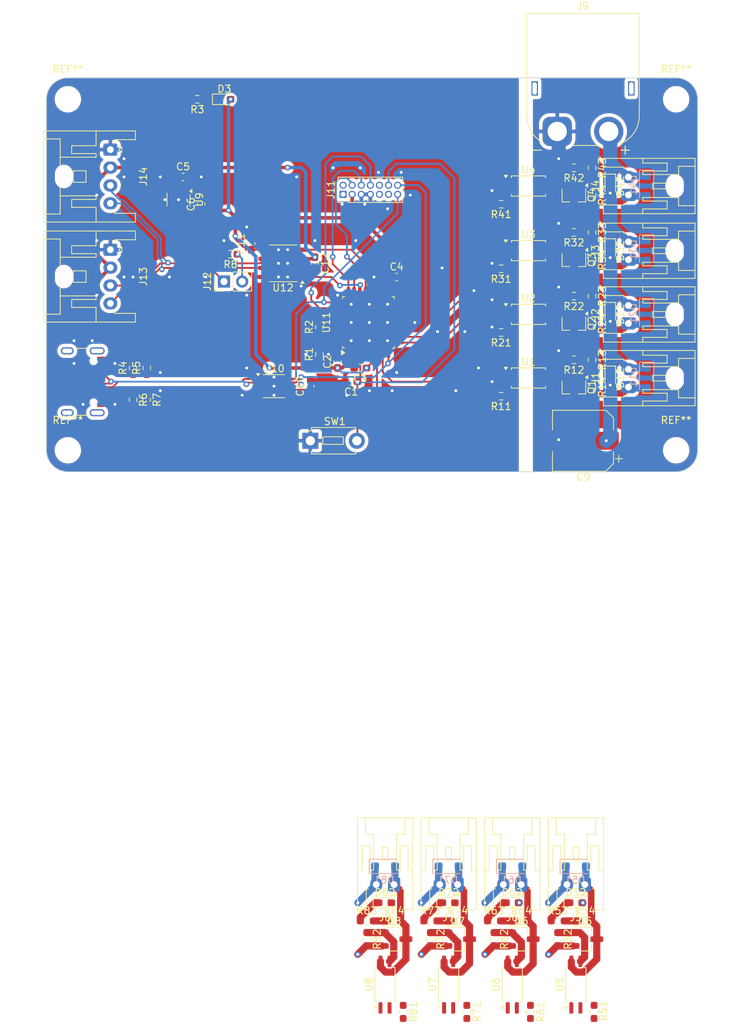
<source format=kicad_pcb>
(kicad_pcb (version 20240108) (generator "pcbnew") (generator_version "8.0")
  (layers (0 "F.Cu" signal) (31 "B.Cu" signal) (34 "B.Paste" user) (35 "F.Paste" user) (36 "B.SilkS" user "B.Silkscreen") (37 "F.SilkS" user "F.Silkscreen") (38 "B.Mask" user) (39 "F.Mask" user) (44 "Edge.Cuts" user))
  (net 0 "")
  (net 1 "/NRST")
  (net 2 "GND")
  (net 3 "+3V3")
  (net 4 "+5V")
  (net 5 "+24V")
  (net 6 "GNDPWR")
  (net 7 "Net-(D3-K)")
  (net 8 "Net-(D11-A)")
  (net 9 "Net-(D12-K)")
  (net 10 "Net-(D21-A)")
  (net 11 "Net-(D22-K)")
  (net 12 "Net-(D31-A)")
  (net 13 "Net-(D32-K)")
  (net 14 "Net-(D41-A)")
  (net 15 "Net-(D42-K)")
  (net 16 "Net-(D51-A)")
  (net 17 "Net-(D52-K)")
  (net 18 "Net-(D61-A)")
  (net 19 "Net-(D62-K)")
  (net 20 "Net-(D71-A)")
  (net 21 "Net-(D72-K)")
  (net 22 "Net-(D81-A)")
  (net 23 "Net-(D82-K)")
  (net 24 "Net-(U10-UD+)")
  (net 25 "Net-(J10-CC2)")
  (net 26 "Net-(J10-CC1)")
  (net 28 "Net-(U10-UD-)")
  (net 32 "/VCP_TX")
  (net 34 "/SWDIO")
  (net 36 "/SWCLK")
  (net 37 "/VCP_RX")
  (net 39 "/SWO")
  (net 42 "Net-(J12-Pin_2)")
  (net 43 "/CANH")
  (net 44 "Net-(Q1-B)")
  (net 45 "Net-(Q2-B)")
  (net 46 "Net-(Q3-B)")
  (net 47 "Net-(Q4-B)")
  (net 48 "Net-(Q5-B)")
  (net 49 "Net-(Q6-B)")
  (net 50 "Net-(Q7-B)")
  (net 51 "Net-(Q8-B)")
  (net 52 "Net-(U11-BOOT0)")
  (net 53 "Net-(R11-Pad1)")
  (net 54 "Net-(R13-Pad2)")
  (net 55 "Net-(R21-Pad1)")
  (net 56 "Net-(R23-Pad2)")
  (net 57 "Net-(R31-Pad1)")
  (net 58 "Net-(R33-Pad2)")
  (net 59 "Net-(R41-Pad1)")
  (net 60 "Net-(R43-Pad2)")
  (net 61 "Net-(R51-Pad1)")
  (net 62 "Net-(R53-Pad2)")
  (net 63 "Net-(R61-Pad1)")
  (net 64 "Net-(R63-Pad2)")
  (net 65 "Net-(R71-Pad1)")
  (net 66 "Net-(R73-Pad2)")
  (net 67 "Net-(R81-Pad1)")
  (net 68 "Net-(R83-Pad2)")
  (net 69 "/Drive/GPIO1")
  (net 70 "/Drive/GPIO2")
  (net 71 "/Drive/GPIO3")
  (net 72 "/Drive/GPIO4")
  (net 73 "/Drive/GPIO5")
  (net 74 "/Drive/GPIO6")
  (net 75 "/Drive/GPIO7")
  (net 76 "/Drive/GPIO8")
  (net 86 "/CAN_TX")
  (net 88 "/USART1_TX")
  (net 89 "/USART1_RX")
  (net 92 "/CAN_RX")
  (net 93 "/CANL")
  (footprint "Connector_JST:JST_XA_S04B-XASK-1_1x04_P2.50mm_Horizontal" (layer "F.Cu") (at 281.94 254 -90)
    (property "Reference" "J13")
    (property "Value" "CAN")
  )
  (footprint "Resistor_SMD:R_0603_1608Metric_Pad0.98x0.95mm_HandSolder" (layer "F.Cu") (at 326.6675 350.2425 -90)
    (property "Reference" "R72")
    (property "Value" "10k")
  )
  (footprint "Diode_SMD:D_0603_1608Metric_Pad1.05x0.95mm_HandSolder" (layer "F.Cu") (at 346.9875 345.1625)
    (property "Reference" "D52")
    (property "Value" "AIR5")
  )
  (footprint "Resistor_SMD:R_0603_1608Metric_Pad0.98x0.95mm_HandSolder" (layer "F.Cu") (at 331.7475 360.4025 -90)
    (property "Reference" "R71")
    (property "Value" "10k")
  )
  (footprint "Resistor_SMD:R_0603_1608Metric_Pad0.98x0.95mm_HandSolder" (layer "F.Cu") (at 349.5275 360.4025 -90)
    (property "Reference" "R51")
    (property "Value" "10k")
  )
  (footprint "Connector_JST:JST_XA_S02B-XASK-1_1x02_P2.50mm_Horizontal" (layer "F.Cu") (at 354.33 264.29 90)
    (property "Reference" "J2")
    (property "Value" "AIR2")
  )
  (footprint "Resistor_SMD:R_0603_1608Metric_Pad0.98x0.95mm_HandSolder" (layer "F.Cu") (at 346.71 260.48 180)
    (property "Reference" "R22")
    (property "Value" "10k")
  )
  (footprint "Capacitor_SMD:C_0603_1608Metric_Pad1.08x0.95mm_HandSolder" (layer "F.Cu") (at 316.865 270.51 180)
    (property "Reference" "C3")
    (property "Value" "0.1u")
  )
  (footprint "Resistor_SMD:R_0603_1608Metric_Pad0.98x0.95mm_HandSolder" (layer "F.Cu") (at 349.25 242.57 -90)
    (property "Reference" "R43")
    (property "Value" "10k")
  )
  (footprint "Resistor_SMD:R_0603_1608Metric_Pad0.98x0.95mm_HandSolder" (layer "F.Cu") (at 349.25 255.4 -90)
    (property "Reference" "R34")
    (property "Value" "10k")
  )
  (footprint "Resistor_SMD:R_0603_1608Metric_Pad0.98x0.95mm_HandSolder" (layer "F.Cu") (at 285.115 270.51 90)
    (property "Reference" "R4")
    (property "Value" "10k")
  )
  (footprint "Connector_JST:JST_XA_S02B-XASK-1_1x02_P2.50mm_Horizontal" (layer "F.Cu") (at 354.33 255.4 90)
    (property "Reference" "J3")
    (property "Value" "AIR3")
  )
  (footprint "MountingHole:MountingHole_3.2mm_M3" (layer "F.Cu") (at 276 282)
    (property "Reference" "REF**")
    (property "Value" "MountingHole_3.2mm_M3")
  )
  (footprint "Resistor_SMD:R_0603_1608Metric_Pad0.98x0.95mm_HandSolder" (layer "F.Cu") (at 344.4475 350.2425 -90)
    (property "Reference" "R52")
    (property "Value" "10k")
  )
  (footprint "Diode_SMD:D_0603_1608Metric_Pad1.05x0.95mm_HandSolder" (layer "F.Cu") (at 297.86 233)
    (property "Reference" "D3")
    (property "Value" "POWER")
  )
  (footprint "Diode_SMD:D_0603_1608Metric_Pad1.05x0.95mm_HandSolder" (layer "F.Cu") (at 320.3175 345.1625)
    (property "Reference" "D82")
    (property "Value" "AIR8")
  )
  (footprint "Package_SO:SOIC-4_4.55x2.6mm_P1.27mm" (layer "F.Cu") (at 320.3175 356.5925 90)
    (property "Reference" "U8")
    (property "Value" "TLP293")
  )
  (footprint "Connector_JST:JST_XA_S02B-XASK-1_1x02_P2.50mm_Horizontal" (layer "F.Cu") (at 354.33 246.36 90)
    (property "Reference" "J4")
    (property "Value" "AIR4")
  )
  (footprint "Capacitor_SMD:CP_Elec_8x10" (layer "F.Cu") (at 347.98 280.67 180)
    (property "Reference" "C9")
    (property "Value" "220u")
  )
  (footprint "Resistor_SMD:R_0603_1608Metric_Pad0.98x0.95mm_HandSolder" (layer "F.Cu") (at 349.25 246.38 -90)
    (property "Reference" "R44")
    (property "Value" "10k")
  )
  (footprint "Resistor_SMD:R_0603_1608Metric_Pad0.98x0.95mm_HandSolder" (layer "F.Cu") (at 294.0875 233 180)
    (property "Reference" "R3")
    (property "Value" "1k")
  )
  (footprint "Resistor_SMD:R_0603_1608Metric_Pad0.98x0.95mm_HandSolder" (layer "F.Cu") (at 340.6375 360.4025 -90)
    (property "Reference" "R61")
    (property "Value" "10k")
  )
  (footprint "Package_SO:SOIC-4_4.55x2.6mm_P1.27mm" (layer "F.Cu") (at 340.36 263.02)
    (property "Reference" "U2")
    (property "Value" "TLP293")
  )
  (footprint "Diode_SMD:D_0603_1608Metric_Pad1.05x0.95mm_HandSolder" (layer "F.Cu") (at 351.79 254.13 -90)
    (property "Reference" "D32")
    (property "Value" "AIR3")
  )
  (footprint "Package_TO_SOT_SMD:SOT-23-5_HandSoldering" (layer "F.Cu") (at 291.465 247.015 -90)
    (property "Reference" "U9")
    (property "Value" "NJM12877")
  )
  (footprint "Connector_JST:JST_XA_S02B-XASK-1_1x02_P2.50mm_Horizontal" (layer "F.Cu") (at 330.4575 342.6225 180)
    (property "Reference" "J7")
    (property "Value" "AIR7")
  )
  (footprint "Capacitor_SMD:C_0603_1608Metric_Pad1.08x0.95mm_HandSolder" (layer "F.Cu") (at 315.595 272.415 180)
    (property "Reference" "C1")
    (property "Value" "0.1u")
  )
  (footprint "Package_SO:SOIC-4_4.55x2.6mm_P1.27mm" (layer "F.Cu") (at 346.9875 356.5925 90)
    (property "Reference" "U5")
    (property "Value" "TLP293")
  )
  (footprint "Diode_SMD:D_0603_1608Metric_Pad1.05x0.95mm_HandSolder" (layer "F.Cu") (at 351.79 271.91 -90)
    (property "Reference" "D12")
    (property "Value" "AIR1")
  )
  (footprint "Capacitor_SMD:C_0603_1608Metric_Pad1.08x0.95mm_HandSolder" (layer "F.Cu") (at 321.945 257.81)
    (property "Reference" "C4")
    (property "Value" "0.1u")
  )
  (footprint "Resistor_SMD:R_0603_1608Metric_Pad0.98x0.95mm_HandSolder" (layer "F.Cu") (at 311.15 264.795 90)
    (property "Reference" "R2")
    (property "Value" "10k")
  )
  (footprint "Resistor_SMD:R_0603_1608Metric_Pad0.98x0.95mm_HandSolder" (layer "F.Cu") (at 311.15 268.605 90)
    (property "Reference" "R1")
    (property "Value" "10k (DNP)")
  )
  (footprint "Package_TO_SOT_SMD:SC-59_Handsoldering" (layer "F.Cu") (at 321.5875 350.2425)
    (property "Reference" "Q8")
    (property "Value" "2SC2712")
  )
  (footprint "Package_TO_SOT_SMD:SC-59_Handsoldering" (layer "F.Cu") (at 348.2575 350.2425)
    (property "Reference" "Q5")
    (property "Value" "2SC2712")
  )
  (footprint "Connector_PinHeader_2.54mm:PinHeader_1x02_P2.54mm_Vertical" (layer "F.Cu") (at 297.815 258.445 90)
    (property "Reference" "J12")
    (property "Value" "CANR")
  )
  (footprint "Capacitor_SMD:C_0603_1608Metric_Pad1.08x0.95mm_HandSolder" (layer "F.Cu") (at 301.625 253.1375 90)
    (property "Reference" "C11")
    (property "Value" "0.1u")
  )
  (footprint "Resistor_SMD:R_0603_1608Metric_Pad0.98x0.95mm_HandSolder" (layer "F.Cu") (at 317.7775 350.2425 -90)
    (property "Reference" "R82")
    (property "Value" "10k")
  )
  (footprint "Resistor_SMD:R_0603_1608Metric_Pad0.98x0.95mm_HandSolder" (layer "F.Cu") (at 349.25 251.59 -90)
    (property "Reference" "R33")
    (property "Value" "10k")
  )
  (footprint "Resistor_SMD:R_0603_1608Metric_Pad0.98x0.95mm_HandSolder" (layer "F.Cu") (at 346.71 242.57 180)
    (property "Reference" "R42")
    (property "Value" "10k")
  )
  (footprint "Resistor_SMD:R_0603_1608Metric_Pad0.98x0.95mm_HandSolder" (layer "F.Cu") (at 349.25 260.48 -90)
    (property "Reference" "R23")
    (property "Value" "10k")
  )
  (footprint "Package_TO_SOT_SMD:SC-59_Handsoldering" (layer "F.Cu") (at 346.71 264.29 -90)
    (property "Reference" "Q2")
    (property "Value" "2SC2712")
  )
  (footprint "Package_TO_SOT_SMD:SC-59_Handsoldering" (layer "F.Cu") (at 346.71 246.38 -90)
    (property "Reference" "Q4")
    (property "Value" "2SC2712")
  )
  (footprint "Connector_JST:JST_XA_S02B-XASK-1_1x02_P2.50mm_Horizontal" (layer "F.Cu") (at 354.33 273.18 90)
    (property "Reference" "J1")
    (property "Value" "AIR1")
  )
  (footprint "Resistor_SMD:R_0603_1608Metric_Pad0.98x0.95mm_HandSolder" (layer "F.Cu") (at 330.4775 347.7025)
    (property "Reference" "R74")
    (property "Value" "10k")
  )
  (footprint "Connector_USB:USB_C_Receptacle_GCT_USB4105-xx-A_16P_TopMnt_Horizontal" (layer "F.Cu") (at 276.99 272.44 -90)
    (property "Reference" "J10" (hide yes))
    (property "Value" "USB_C_Receptacle_USB2.0_14P")
  )
  (footprint "Resistor_SMD:R_0603_1608Metric_Pad0.98x0.95mm_HandSolder" (layer "F.Cu") (at 287.02 270.51 90)
    (property "Reference" "R5")
    (property "Value" "10k")
  )
  (footprint "Package_SO:SOIC-4_4.55x2.6mm_P1.27mm" (layer "F.Cu") (at 329.2075 356.5925 90)
    (property "Reference" "U7")
    (property "Value" "TLP293")
  )
  (footprint "Package_SO:SO-8_3.9x4.9mm_P1.27mm" (layer "F.Cu") (at 306.07 255.905 180)
    (property "Reference" "U12")
    (property "Value" "TJA1441")
  )
  (footprint "Resistor_SMD:R_0603_1608Metric_Pad0.98x0.95mm_HandSolder" (layer "F.Cu") (at 317.7775 347.7025)
    (property "Reference" "R83")
    (property "Value" "10k")
  )
  (footprint "Resistor_SMD:R_0603_1608Metric_Pad0.98x0.95mm_HandSolder" (layer "F.Cu") (at 336.55 274.45 180)
    (property "Reference" "R11")
    (property "Value" "10k")
  )
  (footprint "Capacitor_SMD:C_0603_1608Metric_Pad1.08x0.95mm_HandSolder" (layer "F.Cu") (at 310.515 255.905 -90)
    (property "Reference" "C12")
    (property "Value" "0.1u")
  )
  (footprint "Resistor_SMD:R_0603_1608Metric_Pad0.98x0.95mm_HandSolder" (layer "F.Cu") (at 287.02 274.955 -90)
    (property "Reference" "R7")
    (property "Value" "10k")
  )
  (footprint "Connector_PinHeader_1.27mm:PinHeader_2x07_P1.27mm_Vertical" (layer "F.Cu") (at 314.46 246.27 90)
    (property "Reference" "J11")
    (property "Value" "Conn_ST_STDC14")
  )
  (footprint "Connector_AMASS:AMASS_XT60PW-M_1x02_P7.20mm_Horizontal" (layer "F.Cu") (at 344.38 237.49)
    (property "Reference" "J9")
    (property "Value" "24V IN")
  )
  (footprint "Package_TO_SOT_SMD:SC-59_Handsoldering" (layer "F.Cu") (at 330.4775 350.2425)
    (property "Reference" "Q7")
    (property "Value" "2SC2712")
  )
  (footprint "Diode_SMD:D_0603_1608Metric_Pad1.05x0.95mm_HandSolder" (layer "F.Cu") (at 338.0975 345.1625)
    (property "Reference" "D62")
    (property "Value" "AIR6")
  )
  (footprint "Package_SO:SOIC-4_4.55x2.6mm_P1.27mm" (layer "F.Cu") (at 340.36 271.91)
    (property "Reference" "U1")
    (property "Value" "TLP293")
  )
  (footprint "MountingHole:MountingHole_3.2mm_M3" (layer "F.Cu") (at 276 233)
    (property "Reference" "REF**")
    (property "Value" "MountingHole_3.2mm_M3")
  )
  (footprint "Resistor_SMD:R_0603_1608Metric_Pad0.98x0.95mm_HandSolder" (layer "F.Cu") (at 335.5575 347.7025)
    (property "Reference" "R63")
    (property "Value" "10k")
  )
  (footprint "Package_SO:MSOP-10_3x3mm_P0.5mm" (layer "F.Cu") (at 304.8 273.05)
    (property "Reference" "U10")
    (property "Value" "CH340E")
  )
  (footprint "Resistor_SMD:R_0603_1608Metric_Pad0.98x0.95mm_HandSolder" (layer "F.Cu") (at 349.25 269.37 -90)
    (property "Reference" "R13")
    (property "Value" "10k")
  )
  (footprint "Connector_JST:JST_XA_S02B-XASK-1_1x02_P2.50mm_Horizontal" (layer "F.Cu") (at 348.2375 342.6225 180)
    (property "Reference" "J5")
    (property "Value" "AIR5")
  )
  (footprint "Connector_JST:JST_XA_S02B-XASK-1_1x02_P2.50mm_Horizontal" (layer "F.Cu") (at 339.3475 342.6225 180)
    (property "Reference" "J6")
    (property "Value" "AIR6")
  )
  (footprint "Connector_JST:JST_XA_S04B-XASK-1_1x04_P2.50mm_Horizontal" (layer "F.Cu") (at 281.94 240.03 -90)
    (property "Reference" "J14")
    (property "Value" "CAN")
  )
  (footprint "Package_QFP:LQFP-32_7x7mm_P0.8mm" (layer "F.Cu") (at 318 264.16 90)
    (property "Reference" "U11")
    (property "Value" "STM32F303K8Tx")
  )
  (footprint "Resistor_SMD:R_0603_1608Metric_Pad0.98x0.95mm_HandSolder" (layer "F.Cu") (at 335.5575 350.2425 -90)
    (property "Reference" "R62")
    (property "Value" "10k")
  )
  (footprint "Resistor_SMD:R_0603_1608Metric_Pad0.98x0.95mm_HandSolder" (layer "F.Cu") (at 339.3675 347.7025)
    (property "Reference" "R64")
    (property "Value" "10k")
  )
  (footprint "Resistor_SMD:R_0603_1608Metric_Pad0.98x0.95mm_HandSolder" (layer "F.Cu") (at 326.6675 347.7025)
    (property "Reference" "R73")
    (property "Value" "10k")
  )
  (footprint "Package_TO_SOT_SMD:SC-59_Handsoldering" (layer "F.Cu") (at 346.71 273.18 -90)
    (property "Reference" "Q1")
    (property "Value" "2SC2712")
  )
  (footprint "Resistor_SMD:R_0603_1608Metric_Pad0.98x0.95mm_HandSolder" (layer "F.Cu") (at 349.25 273.18 -90)
    (property "Reference" "R14")
    (property "Value" "10k")
  )
  (footprint "Resistor_SMD:R_0603_1608Metric_Pad0.98x0.95mm_HandSolder" (layer "F.Cu") (at 336.55 247.65 180)
    (property "Reference" "R41")
    (property "Value" "10k")
  )
  (footprint "Package_TO_SOT_SMD:SC-59_Handsoldering" (layer "F.Cu") (at 346.71 255.4 -90)
    (property "Reference" "Q3")
    (property "Value" "2SC2712")
  )
  (footprint "Diode_SMD:D_0603_1608Metric_Pad1.05x0.95mm_HandSolder" (layer "F.Cu") (at 329.2075 345.1625)
    (property "Reference" "D72")
    (property "Value" "AIR7")
  )
  (footprint "Resistor_SMD:R_0603_1608Metric_Pad0.98x0.95mm_HandSolder" (layer "F.Cu") (at 321.5875 347.7025)
    (property "Reference" "R84")
    (property "Value" "10k")
  )
  (footprint "Resistor_SMD:R_0603_1608Metric_Pad0.98x0.95mm_HandSolder" (layer "F.Cu") (at 344.4475 347.7025)
    (property "Reference" "R53")
    (property "Value" "10k")
  )
  (footprint "Package_SO:SOIC-4_4.55x2.6mm_P1.27mm" (layer "F.Cu") (at 338.0975 356.5925 90)
    (property "Reference" "U6")
    (property "Value" "TLP293")
  )
  (footprint "MountingHole:MountingHole_3.2mm_M3" (layer "F.Cu") (at 361 282)
    (property "Reference" "REF**")
    (property "Value" "MountingHole_3.2mm_M3")
  )
  (footprint "Resistor_SMD:R_0603_1608Metric_Pad0.98x0.95mm_HandSolder" (layer "F.Cu") (at 346.71 251.59 180)
    (property "Reference" "R32")
    (property "Value" "10k")
  )
  (footprint "Package_SO:SOIC-4_4.55x2.6mm_P1.27mm" (layer "F.Cu") (at 340.36 245.11)
    (property "Reference" "U4")
    (property "Value" "TLP293")
  )
  (footprint "Capacitor_SMD:C_0603_1608Metric_Pad1.08x0.95mm_HandSolder" (layer "F.Cu") (at 309.88 273.05 90)
    (property "Reference" "C10")
    (property "Value" "0.1u")
  )
  (footprint "Diode_SMD:D_0603_1608Metric_Pad1.05x0.95mm_HandSolder" (layer "F.Cu") (at 351.79 245.11 -90)
    (property "Reference" "D42")
    (property "Value" "AIR4")
  )
  (footprint "Button_Switch_THT:SW_PUSH_1P1T_6x3.5mm_H4.3_APEM_MJTP1243" (layer "F.Cu") (at 309.88 280.67)
    (property "Reference" "SW1")
    (property "Value" "NRST")
  )
  (footprint "Resistor_SMD:R_0603_1608Metric_Pad0.98x0.95mm_HandSolder" (layer "F.Cu") (at 349.25 264.29 -90)
    (property "Reference" "R24")
    (property "Value" "10k")
  )
  (footprint "Connector_JST:JST_XA_S02B-XASK-1_1x02_P2.50mm_Horizontal" (layer "F.Cu") (at 321.5875 342.6225 180)
    (property "Reference" "J8")
    (property "Value" "AIR8")
  )
  (footprint "Resistor_SMD:R_0603_1608Metric_Pad0.98x0.95mm_HandSolder" (layer "F.Cu") (at 336.55 265.56 180)
    (property "Reference" "R21")
    (property "Value" "10k")
  )
  (footprint "Package_TO_SOT_SMD:SC-59_Handsoldering" (layer "F.Cu") (at 339.3675 350.2425)
    (property "Reference" "Q6")
    (property "Value" "2SC2712")
  )
  (footprint "Resistor_SMD:R_0603_1608Metric_Pad0.98x0.95mm_HandSolder" (layer "F.Cu") (at 285.115 274.955 -90)
    (property "Reference" "R6")
    (property "Value" "10k")
  )
  (footprint "Capacitor_SMD:C_0603_1608Metric_Pad1.08x0.95mm_HandSolder" (layer "F.Cu") (at 313.69 269.6475 90)
    (property "Reference" "C2")
    (property "Value" "0.1u")
  )
  (footprint "Capacitor_SMD:C_0603_1608Metric_Pad1.08x0.95mm_HandSolder" (layer "F.Cu") (at 292.1 243.84)
    (property "Reference" "C5")
    (property "Value" "0.1u")
  )
  (footprint "Diode_SMD:D_0603_1608Metric_Pad1.05x0.95mm_HandSolder" (layer "F.Cu") (at 351.79 263.02 -90)
    (property "Reference" "D22")
    (property "Value" "AIR2")
  )
  (footprint "MountingHole:MountingHole_3.2mm_M3" (layer "F.Cu") (at 361 233)
    (property "Reference" "REF**")
    (property "Value" "MountingHole_3.2mm_M3")
  )
  (footprint "Capacitor_SMD:C_0603_1608Metric_Pad1.08x0.95mm_HandSolder" (layer "F.Cu") (at 294.64 247.65 90)
    (property "Reference" "C6")
    (property "Value" "0.1u")
  )
  (footprint "Resistor_SMD:R_0603_1608Metric_Pad0.98x0.95mm_HandSolder" (layer "F.Cu") (at 346.71 269.37 180)
    (property "Reference" "R12")
    (property "Value" "10k")
  )
  (footprint "Resistor_SMD:R_0603_1608Metric_Pad0.98x0.95mm_HandSolder" (layer "F.Cu") (at 322.8575 360.4025 -90)
    (property "Reference" "R81")
    (property "Value" "10k")
  )
  (footprint "Package_SO:SOIC-4_4.55x2.6mm_P1.27mm" (layer "F.Cu") (at 340.36 254.13)
    (property "Reference" "U3")
    (property "Value" "TLP293")
  )
  (footprint "Resistor_SMD:R_0603_1608Metric_Pad0.98x0.95mm_HandSolder" (layer "F.Cu") (at 298.7275 254.635 180)
    (property "Reference" "R8")
    (property "Value" "120")
  )
  (footprint "Resistor_SMD:R_0603_1608Metric_Pad0.98x0.95mm_HandSolder" (layer "F.Cu") (at 348.2575 347.7025)
    (property "Reference" "R54")
    (property "Value" "10k")
  )
  (footprint "Resistor_SMD:R_0603_1608Metric_Pad0.98x0.95mm_HandSolder" (layer "F.Cu") (at 336.55 256.67 180)
    (property "Reference" "R31")
    (property "Value" "10k")
  )
  (footprint "Diode_SMD:D_SOD-123F" (layer "B.Cu") (at 356.87 263.02 -90)
    (property "Reference" "D21")
    (property "Value" "SS2040FL")
  )
  (footprint "Diode_SMD:D_SOD-123F" (layer "B.Cu") (at 356.87 271.91 -90)
    (property "Reference" "D11")
    (property "Value" "SS2040FL")
  )
  (footprint "Diode_SMD:D_SOD-123F" (layer "B.Cu") (at 356.87 245.11 -90)
    (property "Reference" "D41")
    (property "Value" "SS2040FL")
  )
  (footprint "Diode_SMD:D_SOD-123F" (layer "B.Cu") (at 320.3175 340.0825)
    (property "Reference" "D81")
    (property "Value" "SS2040FL")
  )
  (footprint "Diode_SMD:D_SOD-123F" (layer "B.Cu") (at 338.0975 340.0825)
    (property "Reference" "D61")
    (property "Value" "SS2040FL")
  )
  (footprint "Diode_SMD:D_SOD-123F" (layer "B.Cu") (at 346.9875 340.0825)
    (property "Reference" "D51")
    (property "Value" "SS2040FL")
  )
  (footprint "Diode_SMD:D_SOD-123F" (layer "B.Cu") (at 356.87 254.13 -90)
    (property "Reference" "D31")
    (property "Value" "SS2040FL")
  )
  (footprint "Diode_SMD:D_SOD-123F" (layer "B.Cu") (at 329.2075 340.0825)
    (property "Reference" "D71")
    (property "Value" "SS2040FL")
  )
  (gr_line (start 361 285) (end 276 285) (stroke (width 0.1)) (layer "Edge.Cuts"))
  (gr_line (start 364 233) (end 364 282) (stroke (width 0.1)) (layer "Edge.Cuts"))
  (gr_arc (start 273 233) (mid 273.87868 230.87868) (end 276 230) (stroke (width 0.1)) (layer "Edge.Cuts"))
  (gr_arc (start 364 282) (mid 363.12132 284.12132) (end 361 285) (stroke (width 0.1)) (layer "Edge.Cuts"))
  (gr_arc (start 361 230) (mid 363.12132 230.87868) (end 364 233) (stroke (width 0.1)) (layer "Edge.Cuts"))
  (gr_line (start 276 230) (end 361 230) (stroke (width 0.1)) (layer "Edge.Cuts"))
  (gr_line (start 273 282) (end 273 233) (stroke (width 0.1)) (layer "Edge.Cuts"))
  (gr_arc (start 276 285) (mid 273.87868 284.12132) (end 273 282) (stroke (width 0.1)) (layer "Edge.Cuts"))
  (segment (start 316.4575 272.415) (end 316.4575 272.505) (width 0.25) (layer "F.Cu") (net 1))
  (segment (start 317.6 268.335) (end 317.6 269.297924) (width 0.25) (layer "F.Cu") (net 1))
  (segment (start 316.4575 272.415) (end 316.4575 280.5925) (width 0.25) (layer "F.Cu") (net 1))
  (segment (start 316.865 272.0075) (end 316.4575 272.415) (width 0.25) (layer "F.Cu") (net 1))
  (segment (start 316.865 270.032924) (end 316.865 272.0075) (width 0.25) (layer "F.Cu") (net 1))
  (segment (start 316.4575 280.5925) (end 316.38 280.67) (width 0.25) (layer "F.Cu") (net 1))
  (segment (start 317.6 269.297924) (end 316.865 270.032924) (width 0.25) (layer "F.Cu") (net 1))
  (via (at 316.4575 272.505) (size 0.8) (drill 0.4) (layers "F.Cu" "B.Cu") (net 1))
  (segment (start 321.905 242) (end 320.81 243.095) (width 0.25) (layer "B.Cu") (net 1))
  (segment (start 330 268) (end 330 244) (width 0.25) (layer "B.Cu") (net 1))
  (segment (start 330 244) (end 328 242) (width 0.25) (layer "B.Cu") (net 1))
  (segment (start 328 242) (end 321.905 242) (width 0.25) (layer "B.Cu") (net 1))
  (segment (start 320.81 243.095) (end 320.81 245) (width 0.25) (layer "B.Cu") (net 1))
  (segment (start 325.495 272.505) (end 330 268) (width 0.25) (layer "B.Cu") (net 1))
  (segment (start 316.4575 272.505) (end 325.495 272.505) (width 0.25) (layer "B.Cu") (net 1))
  (via (at 313.69 260.35) (size 0.8) (drill 0.4) (layers "F.Cu" "B.Cu") (net 2))
  (via (at 282.575 275.59) (size 0.8) (drill 0.4) (layers "F.Cu" "B.Cu") (net 2))
  (via (at 278.13 275.59) (size 0.8) (drill 0.4) (layers "F.Cu" "B.Cu") (net 2))
  (via (at 320.675 261.62) (size 0.8) (drill 0.4) (layers "F.Cu" "B.Cu") (net 2))
  (via (at 335.28 272.415) (size 0.8) (drill 0.4) (layers "F.Cu" "B.Cu") (net 2))
  (via (at 308.61 259.08) (size 0.8) (drill 0.4) (layers "F.Cu" "B.Cu") (net 2))
  (via (at 288.925 273.685) (size 0.8) (drill 0.4) (layers "F.Cu" "B.Cu") (net 2))
  (via (at 315.595 261.62) (size 0.8) (drill 0.4) (layers "F.Cu" "B.Cu") (net 2))
  (via (at 283.845 241.3) (size 0.8) (drill 0.4) (layers "F.Cu" "B.Cu") (net 2))
  (via (at 318.135 264.16) (size 0.8) (drill 0.4) (layers "F.Cu" "B.Cu") (net 2))
  (via (at 280.035 252.73) (size 0.8) (drill 0.4) (layers "F.Cu" "B.Cu") (net 2))
  (via (at 332.74 259.715) (size 0.8) (drill 0.4) (layers "F.Cu" "B.Cu") (net 2))
  (via (at 330.2 273.685) (size 0.8) (drill 0.4) (layers "F.Cu" "B.Cu") (net 2))
  (via (at 324.485 264.16) (size 0.8) (drill 0.4) (layers "F.Cu" "B.Cu") (net 2))
  (via (at 316.865 242.57) (size 0.8) (drill 0.4) (layers "F.Cu" "B.Cu") (net 2))
  (via (at 333.375 270.51) (size 0.8) (drill 0.4) (layers "F.Cu" "B.Cu") (net 2))
  (via (at 318.77 257.81) (size 0.8) (drill 0.4) (layers "F.Cu" "B.Cu") (net 2))
  (via (at 306.705 255.905) (size 0.8) (drill 0.4) (layers "F.Cu" "B.Cu") (net 2))
  (via (at 307.975 243.84) (size 0.8) (drill 0.4) (layers "F.Cu" "B.Cu") (net 2))
  (via (at 319.405 243.205) (size 0.8) (drill 0.4) (layers "F.Cu" "B.Cu") (net 2))
  (via (at 318.135 266.7) (size 0.8) (drill 0.4) (layers "F.Cu" "B.Cu") (net 2))
  (via (at 304.8 273.05) (size 0.8) (drill 0.4) (layers "F.Cu" "B.Cu") (net 2))
  (via (at 288.925 271.145) (size 0.8) (drill 0.4) (layers "F.Cu" "B.Cu") (net 2))
  (via (at 283.845 243.84) (size 0.8) (drill 0.4) (layers "F.Cu" "B.Cu") (net 2))
  (via (at 280.035 260.35) (size 0.8) (drill 0.4) (layers "F.Cu" "B.Cu") (net 2))
  (via (at 327.66 265.43) (size 0.8) (drill 0.4) (layers "F.Cu" "B.Cu") (net 2))
  (via (at 335.28 245.745) (size 0.8) (drill 0.4) (layers "F.Cu" "B.Cu") (net 2))
  (via (at 297.815 252.73) (size 0.8) (drill 0.4) (layers "F.Cu" "B.Cu") (net 2))
  (via (at 306.705 257.81) (size 0.8) (drill 0.4) (layers "F.Cu" "B.Cu") (net 2))
  (via (at 305.435 254) (size 0.8) (drill 0.4) (layers "F.Cu" "B.Cu") (net 2))
  (via (at 314.325 247.65) (size 0.8) (drill 0.4) (layers "F.Cu" "B.Cu") (net 2))
  (via (at 304.8 274.32) (size 0.8) (drill 0.4) (layers "F.Cu" "B.Cu") (net 2))
  (via (at 335.28 260.985) (size 0.8) (drill 0.4) (layers "F.Cu" "B.Cu") (net 2))
  (via (at 305.435 255.905) (size 0.8) (drill 0.4) (layers "F.Cu" "B.Cu") (net 2))
  (via (at 321.31 273.685) (size 0.8) (drill 0.4) (layers "F.Cu" "B.Cu") (net 2))
  (via (at 276.86 266.7) (size 0.8) (drill 0.4) (layers "F.Cu" "B.Cu") (net 2))
  (via (at 321.945 271.145) (size 0.8) (drill 0.4) (layers "F.Cu" "B.Cu") (net 2))
  (via (at 313.055 242.57) (size 0.8) (drill 0.4) (layers "F.Cu" "B.Cu") (net 2))
  (via (at 304.8 271.78) (size 0.8) (drill 0.4) (layers "F.Cu" "B.Cu") (net 2))
  (via (at 279.4 266.7) (size 0.8) (drill 0.4) (layers "F.Cu" "B.Cu") (net 2))
  (via (at 300.99 250.825) (size 0.8) (drill 0.4) (layers "F.Cu" "B.Cu") (net 2))
  (via (at 288.925 243.84) (size 0.8) (drill 0.4) (layers "F.Cu" "B.Cu") (net 2))
  (via (at 320.675 248.285) (size 0.8) (drill 0.4) (layers "F.Cu" "B.Cu") (net 2))
  (via (at 335.28 264.795) (size 0.8) (drill 0.4) (layers "F.Cu" "B.Cu") (net 2))
  (via (at 316.23 252.73) (size 0.8) (drill 0.4) (layers "F.Cu" "B.Cu") (net 2))
  (via (at 310.515 252.73) (size 0.8) (drill 0.4) (layers "F.Cu" "B.Cu") (net 2))
  (via (at 290.195 257.81) (size 0.8) (drill 0.4) (layers "F.Cu" "B.Cu") (net 2))
  (via (at 295.275 257.81) (size 0.8) (drill 0.4) (layers "F.Cu" "B.Cu") (net 2))
  (via (at 305.435 257.81) (size 0.8) (drill 0.4) (layers "F.Cu" "B.Cu") (net 2))
  (via (at 315.595 266.7) (size 0.8) (drill 0.4) (layers "F.Cu" "B.Cu") (net 2))
  (via (at 322.58 243.205) (size 0.8) (drill 0.4) (layers "F.Cu" "B.Cu") (net 2))
  (via (at 294.64 243.84) (size 0.8) (drill 0.4) (layers "F.Cu" "B.Cu") (net 2))
  (via (at 283.845 257.81) (size 0.8) (drill 0.4) (layers "F.Cu" "B.Cu") (net 2))
  (via (at 318.135 261.62) (size 0.8) (drill 0.4) (layers "F.Cu" "B.Cu") (net 2))
  (via (at 314.96 274.32) (size 0.8) (drill 0.4) (layers "F.Cu" "B.Cu") (net 2))
  (via (at 315.595 264.16) (size 0.8) (drill 0.4) (layers "F.Cu" "B.Cu") (net 2))
  (via (at 280.035 246.38) (size 0.8) (drill 0.4) (layers "F.Cu" "B.Cu") (net 2))
  (via (at 318.135 273.685) (size 0.8) (drill 0.4) (layers "F.Cu" "B.Cu") (net 2))
  (via (at 312.42 268.605) (size 0.8) (drill 0.4) (layers "F.Cu" "B.Cu") (net 2))
  (via (at 300.99 270.51) (size 0.8) (drill 0.4) (layers "F.Cu" "B.Cu") (net 2))
  (via (at 331.47 265.43) (size 0.8) (drill 0.4) (layers "F.Cu" "B.Cu") (net 2))
  (via (at 335.28 255.905) (size 0.8) (drill 0.4) (layers "F.Cu" "B.Cu") (net 2))
  (via (at 300.355 274.32) (size 0.8) (drill 0.4) (layers "F.Cu" "B.Cu") (net 2))
  (via (at 317.5 247.65) (size 0.8) (drill 0.4) (layers "F.Cu" "B.Cu") (net 2))
  (via (at 291.465 247.015) (size 0.8) (drill 0.4) (layers "F.Cu" "B.Cu") (net 2))
  (via (at 306.705 254) (size 0.8) (drill 0.4) (layers "F.Cu" "B.Cu") (net 2))
  (via (at 323.85 246.38) (size 0.8) (drill 0.4) (layers "F.Cu" "B.Cu") (net 2))
  (via (at 285.115 257.81) (size 0.8) (drill 0.4) (layers "F.Cu" "B.Cu") (net 2))
  (via (at 282.575 269.875) (size 0.8) (drill 0.4) (layers "F.Cu" "B.Cu") (net 2))
  (via (at 320.675 266.7) (size 0.8) (drill 0.4) (layers "F.Cu" "B.Cu") (net 2))
  (via (at 276.86 269.875) (size 0.8) (drill 0.4) (layers "F.Cu" "B.Cu") (net 2))
  (via (at 289.56 247.015) (size 0.8) (drill 0.4) (layers "F.Cu" "B.Cu") (net 2))
  (via (at 300.99 260.35) (size 0.8) (drill 0.4) (layers "F.Cu" "B.Cu") (net 2))
  (via (at 309.245 268.605) (size 0.8) (drill 0.4) (layers "F.Cu" "B.Cu") (net 2))
  (via (at 320.675 264.16) (size 0.8) (drill 0.4) (layers "F.Cu" "B.Cu") (net 2))
  (via (at 328.295 256.54) (size 0.8) (drill 0.4) (layers "F.Cu" "B.Cu") (net 2))
  (segment (start 315.73 248.42) (end 316.865 249.555) (width 0.5) (layer "F.Cu") (net 3))
  (segment (start 309.5175 273.55) (end 309.88 273.9125) (width 0.25) (layer "F.Cu") (net 3))
  (segment (start 294.64 248.5125) (end 298.45 248.5125) (width 0.5) (layer "F.Cu") (net 3))
  (segment (start 304.165 270.51) (end 309.88 270.51) (width 0.5) (layer "F.Cu") (net 3))
  (segment (start 315.2 269.635) (end 314.325 270.51) (width 0.5) (layer "F.Cu") (net 3))
  (segment (start 292.415 248.365) (end 292.5625 248.5125) (width 0.5) (layer "F.Cu") (net 3))
  (segment (start 299.4925 249.555) (end 299.4 249.4625) (width 0.5) (layer "F.Cu") (net 3))
  (segment (start 300.865212 254) (end 303.495 254) (width 0.25) (layer "F.Cu") (net 3))
  (segment (start 311.15 269.5175) (end 310.1575 270.51) (width 0.25) (layer "F.Cu") (net 3))
  (segment (start 316.865 249.555) (end 299.4925 249.555) (width 0.5) (layer "F.Cu") (net 3))
  (segment (start 292.5625 248.5125) (end 294.64 248.5125) (width 0.5) (layer "F.Cu") (net 3))
  (segment (start 317.7275 270.51) (end 318.4 269.8375) (width 0.25) (layer "F.Cu") (net 3))
  (segment (start 298.45 248.5125) (end 299.4 249.4625) (width 0.5) (layer "F.Cu") (net 3))
  (segment (start 315.73 246.27) (end 315.73 248.42) (width 0.5) (layer "F.Cu") (net 3))
  (segment (start 313.69 270.51) (end 309.88 270.51) (width 0.5) (layer "F.Cu") (net 3))
  (segment (start 299.4 252.534788) (end 300.865212 254) (width 0.25) (layer "F.Cu") (net 3))
  (segment (start 320.8 259.985) (end 320.8 253.49) (width 0.5) (layer "F.Cu") (net 3))
  (segment (start 320.8 253.49) (end 316.865 249.555) (width 0.5) (layer "F.Cu") (net 3))
  (segment (start 306.9125 273.55) (end 309.5175 273.55) (width 0.25) (layer "F.Cu") (net 3))
  (segment (start 315.2 268.335) (end 315.2 269.635) (width 0.5) (layer "F.Cu") (net 3))
  (segment (start 310.1575 270.51) (end 309.88 270.51) (width 0.25) (layer "F.Cu") (net 3))
  (segment (start 314.325 270.51) (end 313.69 270.51) (width 0.5) (layer "F.Cu") (net 3))
  (segment (start 299.4 252.095) (end 299.4 249.4625) (width 0.5) (layer "F.Cu") (net 3))
  (segment (start 318.4 269.8375) (end 318.4 268.335) (width 0.25) (layer "F.Cu") (net 3))
  (segment (start 299.4 252.095) (end 299.4 252.534788) (width 0.25) (layer "F.Cu") (net 3))
  (via (at 298.45 248.5125) (size 0.8) (drill 0.4) (layers "F.Cu" "B.Cu") (net 3))
  (via (at 304.165 270.51) (size 0.8) (drill 0.4) (layers "F.Cu" "B.Cu") (net 3))
  (via (at 299.4 252.095) (size 0.8) (drill 0.4) (layers "F.Cu" "B.Cu") (net 3))
  (via (at 317.7275 270.51) (size 0.8) (drill 0.4) (layers "F.Cu" "B.Cu") (net 3))
  (via (at 313.69 270.51) (size 0.8) (drill 0.4) (layers "F.Cu" "B.Cu") (net 3))
  (via (at 298.735 233) (size 0.8) (drill 0.4) (layers "F.Cu" "B.Cu") (net 3))
  (segment (start 302.26 268.605) (end 302.26 254.955) (width 0.5) (layer "B.Cu") (net 3))
  (segment (start 314.325 271.145) (end 317.0925 271.145) (width 0.25) (layer "B.Cu") (net 3))
  (segment (start 317.0925 271.145) (end 317.7275 270.51) (width 0.25) (layer "B.Cu") (net 3))
  (segment (start 304.165 270.51) (end 302.26 268.605) (width 0.5) (layer "B.Cu") (net 3))
  (segment (start 313.69 270.51) (end 314.325 271.145) (width 0.25) (layer "B.Cu") (net 3))
  (segment (start 298.45 248.5125) (end 298.45 233.285) (width 0.5) (layer "B.Cu") (net 3))
  (segment (start 302.26 254.955) (end 299.4 252.095) (width 0.5) (layer "B.Cu") (net 3))
  (segment (start 298.45 233.285) (end 298.735 233) (width 0.5) (layer "B.Cu") (net 3))
  (segment (start 292.415 245.0175) (end 291.2375 243.84) (width 0.5) (layer "F.Cu") (net 4))
  (segment (start 278.13 260.31) (end 281.94 256.5) (width 0.5) (layer "F.Cu") (net 4))
  (segment (start 279.14 270.25) (end 278.13 269.24) (width 0.25) (layer "F.Cu") (net 4))
  (segment (start 289.9275 242.53) (end 289.56 242.53) (width 0.25) (layer "F.Cu") (net 4))
  (segment (start 278.13 260.35) (end 278.13 252.73) (width 0.5) (layer "F.Cu") (net 4))
  (segment (start 281.9 256.5) (end 278.13 252.73) (width 0.5) (layer "F.Cu") (net 4))
  (segment (start 278.13 252.73) (end 278.13 246.34) (width 0.5) (layer "F.Cu") (net 4))
  (segment (start 280.67 270.04) (end 280.094949 270.04) (width 0.25) (layer "F.Cu") (net 4))
  (segment (start 279.884949 270.25) (end 279.14 270.25) (width 0.25) (layer "F.Cu") (net 4))
  (segment (start 278.13 260.35) (end 278.13 260.31) (width 0.5) (layer "F.Cu") (net 4))
  (segment (start 310.2875 255.27) (end 310.515 255.0425) (width 0.25) (layer "F.Cu") (net 4))
  (segment (start 308.645 255.27) (end 310.2875 255.27) (width 0.5) (layer "F.Cu") (net 4))
  (segment (start 280.094949 270.04) (end 279.884949 270.25) (width 0.25) (layer "F.Cu") (net 4))
  (segment (start 290.515 244.5625) (end 291.2375 243.84) (width 0.5) (layer "F.Cu") (net 4))
  (segment (start 290.515 245.665) (end 290.515 244.5625) (width 0.5) (layer "F.Cu") (net 4))
  (segment (start 278.13 246.34) (end 281.94 242.53) (width 0.5) (layer "F.Cu") (net 4))
  (segment (start 278.13 269.24) (end 278.13 260.35) (width 0.5) (layer "F.Cu") (net 4))
  (segment (start 289.56 242.53) (end 306.705 242.53) (width 0.5) (layer "F.Cu") (net 4))
  (segment (start 281.94 256.5) (end 281.9 256.5) (width 0.5) (layer "F.Cu") (net 4))
  (segment (start 280.094949 274.84) (end 279.884949 274.63) (width 0.25) (layer "F.Cu") (net 4))
  (segment (start 279.71 274.63) (end 278.13 273.05) (width 0.25) (layer "F.Cu") (net 4))
  (segment (start 278.13 273.05) (end 278.13 269.24) (width 0.25) (layer "F.Cu") (net 4))
  (segment (start 291.2375 243.84) (end 289.9275 242.53) (width 0.5) (layer "F.Cu") (net 4))
  (segment (start 292.415 245.665) (end 292.415 245.0175) (width 0.5) (layer "F.Cu") (net 4))
  (segment (start 281.94 242.53) (end 289.56 242.53) (width 0.5) (layer "F.Cu") (net 4))
  (segment (start 280.67 274.84) (end 280.094949 274.84) (width 0.25) (layer "F.Cu") (net 4))
  (segment (start 279.884949 274.63) (end 279.71 274.63) (width 0.25) (layer "F.Cu") (net 4))
  (via (at 306.705 242.53) (size 0.8) (drill 0.4) (layers "F.Cu" "B.Cu") (net 4))
  (via (at 310.515 255.0425) (size 0.8) (drill 0.4) (layers "F.Cu" "B.Cu") (net 4))
  (segment (start 309.245 243.205) (end 309.245 253.7725) (width 0.5) (layer "B.Cu") (net 4))
  (segment (start 306.705 242.53) (end 308.57 242.53) (width 0.5) (layer "B.Cu") (net 4))
  (segment (start 308.57 242.53) (end 309.245 243.205) (width 0.5) (layer "B.Cu") (net 4))
  (segment (start 309.245 253.7725) (end 310.515 255.0425) (width 0.5) (layer "B.Cu") (net 4))
  (segment (start 347.8625 345.1625) (end 347.97 345.1625) (width 1) (layer "F.Cu") (net 5))
  (segment (start 351.79 245.985) (end 351.79 246.0925) (width 1) (layer "F.Cu") (net 5))
  (segment (start 351.79 272.785) (end 351.79 272.8925) (width 1) (layer "F.Cu") (net 5))
  (segment (start 351.79 263.895) (end 351.79 264.0025) (width 1) (layer "F.Cu") (net 5))
  (segment (start 351.79 255.005) (end 351.79 255.1125) (width 1) (layer "F.Cu") (net 5))
  (segment (start 338.9725 345.1625) (end 339.08 345.1625) (width 1) (layer "F.Cu") (net 5))
  (via (at 351.79 246.0925) (size 0.8) (drill 0.4) (layers "F.Cu" "B.Cu") (net 5))
  (via (at 316.5275 345.1625) (size 0.8) (drill 0.4) (layers "F.Cu" "B.Cu") (net 5))
  (via (at 325.3975 345.1625) (size 0.8) (drill 0.4) (layers "F.Cu" "B.Cu") (net 5))
  (via (at 351.79 264.0025) (size 0.8) (drill 0.4) (layers "F.Cu" "B.Cu") (net 5))
  (via (at 351.79 255.1125) (size 0.8) (drill 0.4) (layers "F.Cu" "B.Cu") (net 5))
  (via (at 343.1775 345.1625) (size 0.8) (drill 0.4) (layers "F.Cu" "B.Cu") (net 5))
  (via (at 351.23 280.67) (size 0.8) (drill 0.4) (layers "F.Cu" "B.Cu") (net 5))
  (via (at 351.79 272.8925) (size 0.8) (drill 0.4) (layers "F.Cu" "B.Cu") (net 5))
  (via (at 334.2875 345.1625) (size 0.8) (drill 0.4) (layers "F.Cu" "B.Cu") (net 5))
  (via (at 347.97 345.1625) (size 0.8) (drill 0.4) (layers "F.Cu" "B.Cu") (net 5))
  (via (at 339.08 345.1625) (size 0.8) (drill 0.4) (layers "F.Cu" "B.Cu") (net 5))
  (segment (start 351.79 280.11) (end 351.23 280.67) (width 2) (layer "B.Cu") (net 5))
  (segment (start 327.8075 340.0825) (end 327.8075 342.7525) (width 1) (layer "B.Cu") (net 5))
  (segment (start 356.87 270.51) (end 354.2 270.51) (width 1) (layer "B.Cu") (net 5))
  (segment (start 336.6975 342.7525) (end 334.2875 345.1625) (width 1) (layer "B.Cu") (net 5))
  (segment (start 354.2 270.51) (end 351.79 268.1) (width 1) (layer "B.Cu") (net 5))
  (segment (start 351.79 241.3) (end 351.79 237.7) (width 2) (layer "B.Cu") (net 5))
  (segment (start 345.5875 340.0825) (end 345.5875 342.7525) (width 1) (layer "B.Cu") (net 5))
  (segment (start 356.87 252.73) (end 354.2 252.73) (width 1) (layer "B.Cu") (net 5))
  (segment (start 354.2 261.62) (end 351.79 259.21) (width 1) (layer "B.Cu") (net 5))
  (segment (start 351.79 272.8925) (end 351.79 280.11) (width 2) (layer "B.Cu") (net 5))
  (segment (start 345.5875 342.7525) (end 343.1775 345.1625) (width 1) (layer "B.Cu") (net 5))
  (segment (start 354.2 243.71) (end 351.79 241.3) (width 1) (layer "B.Cu") (net 5))
  (segment (start 356.87 243.71) (end 354.2 243.71) (width 1) (layer "B.Cu") (net 5))
  (segment (start 354.2 252.73) (end 351.79 250.32) (width 1) (layer "B.Cu") (net 5))
  (segment (start 351.79 237.7) (end 351.58 237.49) (width 2) (layer "B.Cu") (net 5))
  (segment (start 336.6975 340.0825) (end 336.6975 342.7525) (width 1) (layer "B.Cu") (net 5))
  (segment (start 327.8075 342.7525) (end 325.3975 345.1625) (width 1) (layer "B.Cu") (net 5))
  (segment (start 351.79 272.8925) (end 351.79 241.3) (width 2) (layer "B.Cu") (net 5))
  (segment (start 318.9175 340.0825) (end 318.9175 342.7525) (width 1) (layer "B.Cu") (net 5))
  (segment (start 319.0875 342.6225) (end 319.0675 342.6225) (width 1) (layer "B.Cu") (net 5))
  (segment (start 319.0675 342.6225) (end 316.5275 345.1625) (width 1) (layer "B.Cu") (net 5))
  (segment (start 356.87 261.62) (end 354.2 261.62) (width 1) (layer "B.Cu") (net 5))
  (segment (start 337.7175 351.1925) (end 335.4575 351.1925) (width 1) (layer "F.Cu") (net 6))
  (segment (start 345.76 269.27) (end 344.59 268.1) (width 1) (layer "F.Cu") (net 6))
  (segment (start 326.5675 351.1925) (end 325.3975 352.3625) (width 1) (layer "F.Cu") (net 6))
  (segment (start 345.76 251.49) (end 344.59 250.32) (width 1) (layer "F.Cu") (net 6))
  (segment (start 345.76 260.38) (end 344.59 259.21) (width 1) (layer "F.Cu") (net 6))
  (segment (start 319.9375 351.1925) (end 317.6775 351.1925) (width 1) (layer "F.Cu") (net 6))
  (segment (start 335.4575 351.1925) (end 334.2875 352.3625) (width 1) (layer "F.Cu") (net 6))
  (segment (start 345.76 242.47) (end 344.59 241.3) (width 1) (layer "F.Cu") (net 6))
  (segment (start 345.76 271.53) (end 345.76 269.27) (width 1) (layer "F.Cu") (net 6))
  (segment (start 317.6775 351.1925) (end 316.5075 352.3625) (width 1) (layer "F.Cu") (net 6))
  (segment (start 345.76 262.64) (end 345.76 260.38) (width 1) (layer "F.Cu") (net 6))
  (segment (start 345.76 253.75) (end 345.76 251.49) (width 1) (layer "F.Cu") (net 6))
  (segment (start 328.8275 351.1925) (end 326.5675 351.1925) (width 1) (layer "F.Cu") (net 6))
  (segment (start 345.76 244.73) (end 345.76 242.47) (width 1) (layer "F.Cu") (net 6))
  (segment (start 346.6075 351.1925) (end 344.3475 351.1925) (width 1) (layer "F.Cu") (net 6))
  (segment (start 344.3475 351.1925) (end 343.1775 352.3625) (width 1) (layer "F.Cu") (net 6))
  (via (at 344.59 268.1) (size 0.8) (drill 0.4) (layers "F.Cu" "B.Cu") (net 6))
  (via (at 344.59 250.32) (size 0.8) (drill 0.4) (layers "F.Cu" "B.Cu") (net 6))
  (via (at 325.3975 352.3625) (size 0.8) (drill 0.4) (layers "F.Cu" "B.Cu") (net 6))
  (via (at 344.59 259.21) (size 0.8) (drill 0.4) (layers "F.Cu" "B.Cu") (net 6))
  (via (at 316.5075 352.3625) (size 0.8) (drill 0.4) (layers "F.Cu" "B.Cu") (net 6))
  (via (at 334.2875 352.3625) (size 0.8) (drill 0.4) (layers "F.Cu" "B.Cu") (net 6))
  (via (at 344.59 241.3) (size 0.8) (drill 0.4) (layers "F.Cu" "B.Cu") (net 6))
  (via (at 344.59 280.53) (size 0.8) (drill 0.4) (layers "F.Cu" "B.Cu") (net 6))
  (via (at 343.1775 352.3625) (size 0.8) (drill 0.4) (layers "F.Cu" "B.Cu") (net 6))
  (segment (start 344.59 268.1) (end 344.59 280.53) (width 2) (layer "B.Cu") (net 6))
  (segment (start 344.59 241.3) (end 344.59 237.7) (width 2) (layer "B.Cu") (net 6))
  (segment (start 344.59 237.7) (end 344.38 237.49) (width 2) (layer "B.Cu") (net 6))
  (segment (start 344.59 268.1) (end 344.59 241.3) (width 2) (layer "B.Cu") (net 6))
  (segment (start 296.985 233) (end 295 233) (width 0.5) (layer "F.Cu") (net 7))
  (segment (start 346.71 274.83) (end 348.5125 274.83) (width 1) (layer "F.Cu") (net 8))
  (segment (start 348.5125 274.83) (end 349.25 274.0925) (width 1) (layer "F.Cu") (net 8))
  (segment (start 342.11 271.975001) (end 342.810001 271.275) (width 1) (layer "F.Cu") (net 8))
  (segment (start 353.4175 274.0925) (end 354.33 273.18) (width 1) (layer "F.Cu") (net 8))
  (segment (start 342.11 273.033214) (end 342.11 271.975001) (width 1) (layer "F.Cu") (net 8))
  (segment (start 343.906786 274.83) (end 342.11 273.033214) (width 1) (layer "F.Cu") (net 8))
  (segment (start 346.71 274.83) (end 343.906786 274.83) (width 1) (layer "F.Cu") (net 8))
  (segment (start 342.810001 271.275) (end 343.61 271.275) (width 1) (layer "F.Cu") (net 8))
  (segment (start 349.25 274.0925) (end 353.4175 274.0925) (width 1) (layer "F.Cu") (net 8))
  (segment (start 356.87 273.31) (end 354.46 273.31) (width 1) (layer "B.Cu") (net 8))
  (segment (start 354.46 273.31) (end 354.33 273.18) (width 1) (layer "B.Cu") (net 8))
  (segment (start 351.79 270.64) (end 349.6075 268.4575) (width 1) (layer "F.Cu") (net 9))
  (segment (start 351.79 271.035) (end 351.79 270.64) (width 1) (layer "F.Cu") (net 9))
  (segment (start 349.6075 268.4575) (end 349.25 268.4575) (width 1) (layer "F.Cu") (net 9))
  (segment (start 353.4175 265.2025) (end 349.25 265.2025) (width 1) (layer "F.Cu") (net 10))
  (segment (start 346.71 265.94) (end 348.5125 265.94) (width 1) (layer "F.Cu") (net 10))
  (segment (start 342.11 263.085001) (end 342.11 264.77) (width 1) (layer "F.Cu") (net 10))
  (segment (start 342.810001 262.385) (end 342.11 263.085001) (width 1) (layer "F.Cu") (net 10))
  (segment (start 348.5125 265.94) (end 349.25 265.2025) (width 1) (layer "F.Cu") (net 10))
  (segment (start 343.28 265.94) (end 346.71 265.94) (width 1) (layer "F.Cu") (net 10))
  (segment (start 354.33 264.29) (end 353.4175 265.2025) (width 1) (layer "F.Cu") (net 10))
  (segment (start 343.61 262.385) (end 342.810001 262.385) (width 1) (layer "F.Cu") (net 10))
  (segment (start 342.11 264.77) (end 343.28 265.94) (width 1) (layer "F.Cu") (net 10))
  (segment (start 356.87 264.42) (end 354.46 264.42) (width 1) (layer "B.Cu") (net 10))
  (segment (start 354.46 264.42) (end 354.33 264.29) (width 1) (layer "B.Cu") (net 10))
  (segment (start 351.79 261.75) (end 351.79 262.145) (width 1) (layer "F.Cu") (net 11))
  (segment (start 349.25 259.5675) (end 349.6075 259.5675) (width 1) (layer "F.Cu") (net 11))
  (segment (start 349.6075 259.5675) (end 351.79 261.75) (width 1) (layer "F.Cu") (net 11))
  (segment (start 343.906786 257.05) (end 342.11 255.253214) (width 1) (layer "F.Cu") (net 12))
  (segment (start 342.11 254.276786) (end 342.891786 253.495) (width 1) (layer "F.Cu") (net 12))
  (segment (start 342.11 255.253214) (end 342.11 254.276786) (width 1) (layer "F.Cu") (net 12))
  (segment (start 353.4175 256.3125) (end 349.25 256.3125) (width 1) (layer "F.Cu") (net 12))
  (segment (start 342.891786 253.495) (end 343.61 253.495) (width 1) (layer "F.Cu") (net 12))
  (segment (start 354.33 255.4) (end 353.4175 256.3125) (width 1) (layer "F.Cu") (net 12))
  (segment (start 346.71 257.05) (end 343.906786 257.05) (width 1) (layer "F.Cu") (net 12))
  (segment (start 348.5125 257.05) (end 349.25 256.3125) (width 1) (layer "F.Cu") (net 12))
  (segment (start 346.71 257.05) (end 348.5125 257.05) (width 1) (layer "F.Cu") (net 12))
  (segment (start 356.87 255.53) (end 354.46 255.53) (width 1) (layer "B.Cu") (net 12))
  (segment (start 354.46 255.53) (end 354.33 255.4) (width 1) (layer "B.Cu") (net 12))
  (segment (start 349.6075 250.6775) (end 349.25 250.6775) (width 1) (layer "F.Cu") (net 13))
  (segment (start 351.79 252.86) (end 349.6075 250.6775) (width 1) (layer "F.Cu") (net 13))
  (segment (start 351.79 253.255) (end 351.79 252.86) (width 1) (layer "F.Cu") (net 13))
  (segment (start 346.71 248.03) (end 343.906786 248.03) (width 1) (layer "F.Cu") (net 14))
  (segment (start 342.11 246.233214) (end 342.11 245.175001) (width 1) (layer "F.Cu") (net 14))
  (segment (start 346.71 248.03) (end 348.5125 248.03) (width 1) (layer "F.Cu") (net 14))
  (segment (start 348.5125 248.03) (end 349.25 247.2925) (width 1) (layer "F.Cu") (net 14))
  (segment (start 342.11 245.175001) (end 342.810001 244.475) (width 1) (layer "F.Cu") (net 14))
  (segment (start 349.25 247.2925) (end 353.3975 247.2925) (width 1) (layer "F.Cu") (net 14))
  (segment (start 353.3975 247.2925) (end 354.33 246.36) (width 1) (layer "F.Cu") (net 14))
  (segment (start 343.906786 248.03) (end 342.11 246.233214) (width 1) (layer "F.Cu") (net 14))
  (segment (start 342.810001 244.475) (end 343.61 244.475) (width 1) (layer "F.Cu") (net 14))
  (segment (start 356.87 246.51) (end 354.48 246.51) (width 1) (layer "B.Cu") (net 14))
  (segment (start 354.48 246.51) (end 354.33 246.36) (width 1) (layer "B.Cu") (net 14))
  (segment (start 351.79 243.84) (end 349.6075 241.6575) (width 1) (layer "F.Cu") (net 15))
  (segment (start 349.6075 241.6575) (end 349.25 241.6575) (width 1) (layer "F.Cu") (net 15))
  (segment (start 351.79 244.235) (end 351.79 243.84) (width 1) (layer "F.Cu") (net 15))
  (segment (start 349.9075 350.2425) (end 349.9075 353.045714) (width 1) (layer "F.Cu") (net 16))
  (segment (start 347.052501 354.8425) (end 346.3525 354.142499) (width 1) (layer "F.Cu") (net 16))
  (segment (start 349.17 343.555) (end 348.2375 342.6225) (width 1) (layer "F.Cu") (net 16))
  (segment (start 349.9075 348.44) (end 349.17 347.7025) (width 1) (layer "F.Cu") (net 16))
  (segment (start 348.110714 354.8425) (end 347.052501 354.8425) (width 1) (layer "F.Cu") (net 16))
  (segment (start 346.3525 354.142499) (end 346.3525 353.3425) (width 1) (layer "F.Cu") (net 16))
  (segment (start 349.17 347.7025) (end 349.17 343.555) (width 1) (layer "F.Cu") (net 16))
  (segment (start 349.9075 353.045714) (end 348.110714 354.8425) (width 1) (layer "F.Cu") (net 16))
  (segment (start 349.9075 350.2425) (end 349.9075 348.44) (width 1) (layer "F.Cu") (net 16))
  (segment (start 348.3875 340.0825) (end 348.3875 342.4725) (width 1) (layer "B.Cu") (net 16))
  (segment (start 348.3875 342.4725) (end 348.2375 342.6225) (width 1) (layer "B.Cu") (net 16))
  (segment (start 343.535 347.7025) (end 343.535 347.345) (width 1) (layer "F.Cu") (net 17))
  (segment (start 343.535 347.345) (end 345.7175 345.1625) (width 1) (layer "F.Cu") (net 17))
  (segment (start 345.7175 345.1625) (end 346.1125 345.1625) (width 1) (layer "F.Cu") (net 17))
  (segment (start 337.4625 354.142499) (end 338.162501 354.8425) (width 1) (layer "F.Cu") (net 18))
  (segment (start 341.0175 348.44) (end 340.28 347.7025) (width 1) (layer "F.Cu") (net 18))
  (segment (start 338.162501 354.8425) (end 339.8475 354.8425) (width 1) (layer "F.Cu") (net 18))
  (segment (start 341.0175 350.2425) (end 341.0175 348.44) (width 1) (layer "F.Cu") (net 18))
  (segment (start 340.28 343.555) (end 339.3475 342.6225) (width 1) (layer "F.Cu") (net 18))
  (segment (start 337.4625 353.3425) (end 337.4625 354.142499) (width 1) (layer "F.Cu") (net 18))
  (segment (start 340.28 347.7025) (end 340.28 343.555) (width 1) (layer "F.Cu") (net 18))
  (segment (start 339.8475 354.8425) (end 341.0175 353.6725) (width 1) (layer "F.Cu") (net 18))
  (segment (start 341.0175 353.6725) (end 341.0175 350.2425) (width 1) (layer "F.Cu") (net 18))
  (segment (start 339.4975 342.4725) (end 339.3475 342.6225) (width 1) (layer "B.Cu") (net 18))
  (segment (start 339.4975 340.0825) (end 339.4975 342.4725) (width 1) (layer "B.Cu") (net 18))
  (segment (start 334.645 347.7025) (end 334.645 347.345) (width 1) (layer "F.Cu") (net 19))
  (segment (start 334.645 347.345) (end 336.8275 345.1625) (width 1) (layer "F.Cu") (net 19))
  (segment (start 336.8275 345.1625) (end 337.2225 345.1625) (width 1) (layer "F.Cu") (net 19))
  (segment (start 330.9575 354.8425) (end 332.1275 353.6725) (width 1) (layer "F.Cu") (net 20))
  (segment (start 332.1275 350.2425) (end 332.1275 348.44) (width 1) (layer "F.Cu") (net 20))
  (segment (start 329.272501 354.8425) (end 330.9575 354.8425) (width 1) (layer "F.Cu") (net 20))
  (segment (start 332.1275 353.6725) (end 332.1275 350.2425) (width 1) (layer "F.Cu") (net 20))
  (segment (start 332.1275 348.44) (end 331.39 347.7025) (width 1) (layer "F.Cu") (net 20))
  (segment (start 331.39 347.7025) (end 331.39 343.555) (width 1) (layer "F.Cu") (net 20))
  (segment (start 328.5725 354.142499) (end 329.272501 354.8425) (width 1) (layer "F.Cu") (net 20))
  (segment (start 331.39 343.555) (end 330.4575 342.6225) (width 1) (layer "F.Cu") (net 20))
  (segment (start 328.5725 353.3425) (end 328.5725 354.142499) (width 1) (layer "F.Cu") (net 20))
  (segment (start 330.6075 340.0825) (end 330.6075 342.4725) (width 1) (layer "B.Cu") (net 20))
  (segment (start 330.6075 342.4725) (end 330.4575 342.6225) (width 1) (layer "B.Cu") (net 20))
  (segment (start 325.755 347.7025) (end 325.755 347.345) (width 1) (layer "F.Cu") (net 21))
  (segment (start 325.755 347.345) (end 327.9375 345.1625) (width 1) (layer "F.Cu") (net 21))
  (segment (start 327.9375 345.1625) (end 328.3325 345.1625) (width 1) (layer "F.Cu") (net 21))
  (segment (start 323.2375 353.045714) (end 321.440714 354.8425) (width 1) (layer "F.Cu") (net 22))
  (segment (start 323.2375 350.2425) (end 323.2375 348.44) (width 1) (layer "F.Cu") (net 22))
  (segment (start 322.5 343.535) (end 321.5875 342.6225) (width 1) (layer "F.Cu") (net 22))
  (segment (start 323.2375 350.2425) (end 323.2375 353.045714) (width 1) (layer "F.Cu") (net 22))
  (segment (start 323.2375 348.44) (end 322.5 347.7025) (width 1) (layer "F.Cu") (net 22))
  (segment (start 322.5 347.7025) (end 322.5 343.535) (width 1) (layer "F.Cu") (net 22))
  (segment (start 320.382501 354.8425) (end 319.6825 354.142499) (width 1) (layer "F.Cu") (net 22))
  (segment (start 319.6825 354.142499) (end 319.6825 353.3425) (width 1) (layer "F.Cu") (net 22))
  (segment (start 321.440714 354.8425) (end 320.382501 354.8425) (width 1) (layer "F.Cu") (net 22))
  (segment (start 321.7175 342.4925) (end 321.5875 342.6225) (width 1) (layer "B.Cu") (net 22))
  (segment (start 321.7175 340.0825) (end 321.7175 342.4925) (width 1) (layer "B.Cu") (net 22))
  (segment (start 318.9175 345.1625) (end 319.4425 345.1625) (width 1) (layer "F.Cu") (net 23))
  (segment (start 316.865 347.215) (end 318.9175 345.1625) (width 1) (layer "F.Cu") (net 23))
  (segment (start 316.865 347.7025) (end 316.865 347.215) (width 1) (layer "F.Cu") (net 23))
  (segment (start 283.033609 272.415) (end 300.279695 272.415) (width 0.25) (layer "F.Cu") (net 24))
  (segment (start 282.258609 273.19) (end 283.033609 272.415) (width 0.25) (layer "F.Cu") (net 24))
  (segment (start 279.77 272.932764) (end 280.027236 273.19) (width 0.25) (layer "F.Cu") (net 24))
  (segment (start 280.67 273.19) (end 282.258609 273.19) (width 0.25) (layer "F.Cu") (net 24))
  (segment (start 279.77 272.447236) (end 279.77 272.932764) (width 0.25) (layer "F.Cu") (net 24))
  (segment (start 300.279695 272.415) (end 300.644695 272.05) (width 0.25) (layer "F.Cu") (net 24))
  (segment (start 280.027236 272.19) (end 279.77 272.447236) (width 0.25) (layer "F.Cu") (net 24))
  (segment (start 300.644695 272.05) (end 302.6875 272.05) (width 0.25) (layer "F.Cu") (net 24))
  (segment (start 280.027236 273.19) (end 280.67 273.19) (width 0.25) (layer "F.Cu") (net 24))
  (segment (start 280.67 272.19) (end 280.027236 272.19) (width 0.25) (layer "F.Cu") (net 24))
  (segment (start 286.8725 274.19) (end 287.02 274.0425) (width 0.25) (layer "F.Cu") (net 25))
  (segment (start 280.67 274.19) (end 286.8725 274.19) (width 0.25) (layer "F.Cu") (net 25))
  (segment (start 286.7875 271.19) (end 287.02 271.4225) (width 0.25) (layer "F.Cu") (net 26))
  (segment (start 280.67 271.19) (end 286.7875 271.19) (width 0.25) (layer "F.Cu") (net 26))
  (segment (start 282.143909 272.6) (end 282.053909 272.69) (width 0.25) (layer "F.Cu") (net 28))
  (segment (start 281.312764 271.69) (end 280.67 271.69) (width 0.25) (layer "F.Cu") (net 28))
  (segment (start 281.428274 271.78) (end 281.402764 271.78) (width 0.25) (layer "F.Cu") (net 28))
  (segment (start 282.035789 272.387515) (end 281.428274 271.78) (width 0.25) (layer "F.Cu") (net 28))
  (segment (start 300.945 272.775) (end 301.17 272.55) (width 0.25) (layer "F.Cu") (net 28))
  (segment (start 282.143909 272.495635) (end 282.143909 272.6) (width 0.25) (layer "F.Cu") (net 28))
  (segment (start 282.035789 272.387515) (end 282.143909 272.495635) (width 0.25) (layer "F.Cu") (net 28))
  (segment (start 281.402764 271.78) (end 281.312764 271.69) (width 0.25) (layer "F.Cu") (net 28))
  (segment (start 301.17 272.55) (end 302.6875 272.55) (width 0.25) (layer "F.Cu") (net 28))
  (segment (start 282.053909 272.69) (end 280.67 272.69) (width 0.25) (layer "F.Cu") (net 28))
  (via (at 300.945 272.775) (size 0.8) (drill 0.4) (layers "F.Cu" "B.Cu") (net 28))
  (via (at 282.035789 272.387515) (size 0.8) (drill 0.4) (layers "F.Cu" "B.Cu") (net 28))
  (segment (start 282.035789 272.387515) (end 282.063274 272.415) (width 0.25) (layer "B.Cu") (net 28))
  (segment (start 282.063274 272.415) (end 300.585 272.415) (width 0.25) (layer "B.Cu") (net 28))
  (segment (start 300.585 272.415) (end 300.945 272.775) (width 0.25) (layer "B.Cu") (net 28))
  (segment (start 320.8 268.335) (end 320.8 269.8) (width 0.25) (layer "F.Cu") (net 32))
  (segment (start 308.61 271.78) (end 307.84 272.55) (width 0.25) (layer "F.Cu") (net 32))
  (segment (start 320.8 269.8) (end 320.725 269.875) (width 0.25) (layer "F.Cu") (net 32))
  (segment (start 307.84 272.55) (end 306.9125 272.55) (width 0.25) (layer "F.Cu") (net 32))
  (via (at 320.725 269.875) (size 0.8) (drill 0.4) (layers "F.Cu" "B.Cu") (net 32))
  (via (at 308.61 271.78) (size 0.8) (drill 0.4) (layers "F.Cu" "B.Cu") (net 32))
  (segment (start 322.08 245) (end 325 245) (width 0.25) (layer "B.Cu") (net 32))
  (segment (start 318.82 271.78) (end 320.725 269.875) (width 0.25) (layer "B.Cu") (net 32))
  (segment (start 326 264.6) (end 320.725 269.875) (width 0.25) (layer "B.Cu") (net 32))
  (segment (start 326 246) (end 326 264.6) (width 0.25) (layer "B.Cu") (net 32))
  (segment (start 308.61 271.78) (end 318.82 271.78) (width 0.25) (layer "B.Cu") (net 32))
  (segment (start 325 245) (end 326 246) (width 0.25) (layer "B.Cu") (net 32))
  (segment (start 316 255.974694) (end 316 259.985) (width 0.25) (layer "F.Cu") (net 34))
  (segment (start 315 254.974694) (end 316 255.974694) (width 0.25) (layer "F.Cu") (net 34))
  (via (at 315 254.974694) (size 0.8) (drill 0.4) (layers "F.Cu" "B.Cu") (net 34))
  (segment (start 313.45 244.55) (end 314 244) (width 0.25) (layer "B.Cu") (net 34))
  (segment (start 314 244) (end 315 244) (width 0.25) (layer "B.Cu") (net 34))
  (segment (start 315 244) (end 315.73 244.73) (width 0.25) (layer "B.Cu") (net 34))
  (segment (start 315.73 244.73) (end 315.73 245) (width 0.25) (layer "B.Cu") (net 34))
  (segment (start 315 254.974694) (end 315 252) (width 0.25) (layer "B.Cu") (net 34))
  (segment (start 313.45 250.45) (end 313.45 244.55) (width 0.25) (layer "B.Cu") (net 34))
  (segment (start 315 252) (end 313.45 250.45) (width 0.25) (layer "B.Cu") (net 34))
  (segment (start 313 255) (end 313 256) (width 0.25) (layer "F.Cu") (net 36))
  (segment (start 313 256) (end 315.2 258.2) (width 0.25) (layer "F.Cu") (net 36))
  (segment (start 315.2 258.2) (end 315.2 259.985) (width 0.25) (layer "F.Cu") (net 36))
  (via (at 313 255) (size 0.8) (drill 0.4) (layers "F.Cu" "B.Cu") (net 36))
  (segment (start 314 243) (end 316 243) (width 0.25) (layer "B.Cu") (net 36))
  (segment (start 313 255) (end 313 244) (width 0.25) (layer "B.Cu") (net 36))
  (segment (start 316 243) (end 317 244) (width 0.25) (layer "B.Cu") (net 36))
  (segment (start 313 244) (end 314 243) (width 0.25) (layer "B.Cu") (net 36))
  (segment (start 317 244) (end 317 245) (width 0.25) (layer "B.Cu") (net 36))
  (segment (start 308.365307 273.05) (end 306.9125 273.05) (width 0.25) (layer "F.Cu") (net 37))
  (segment (start 311.816227 261.36) (end 313.825 261.36) (width 0.25) (layer "F.Cu") (net 37))
  (segment (start 311.785 261.328773) (end 311.816227 261.36) (width 0.25) (layer "F.Cu") (net 37))
  (segment (start 308.61 272.805307) (end 308.365307 273.05) (width 0.25) (layer "F.Cu") (net 37))
  (via (at 311.785 261.328773) (size 0.8) (drill 0.4) (layers "F.Cu" "B.Cu") (net 37))
  (via (at 308.61 272.805307) (size 0.8) (drill 0.4) (layers "F.Cu" "B.Cu") (net 37))
  (segment (start 309.536227 261.328773) (end 307.885 262.98) (width 0.25) (layer "B.Cu") (net 37))
  (segment (start 311.785 259.215) (end 322.08 248.92) (width 0.25) (layer "B.Cu") (net 37))
  (segment (start 307.885 272.080307) (end 308.61 272.805307) (width 0.25) (layer "B.Cu") (net 37))
  (segment (start 322.08 248.92) (end 322.08 246.27) (width 0.25) (layer "B.Cu") (net 37))
  (segment (start 311.785 261.328773) (end 309.536227 261.328773) (width 0.25) (layer "B.Cu") (net 37))
  (segment (start 311.785 261.328773) (end 311.785 259.215) (width 0.25) (layer "B.Cu") (net 37))
  (segment (start 307.885 262.98) (end 307.885 272.080307) (width 0.25) (layer "B.Cu") (net 37))
  (segment (start 310 261) (end 311.16 262.16) (width 0.25) (layer "F.Cu") (net 39))
  (segment (start 310 260) (end 310 261) (width 0.25) (layer "F.Cu") (net 39))
  (segment (start 311.16 262.16) (end 313.825 262.16) (width 0.25) (layer "F.Cu") (net 39))
  (via (at 310 260) (size 0.8) (drill 0.4) (layers "F.Cu" "B.Cu") (net 39))
  (segment (start 312 242) (end 313 241) (width 0.25) (layer "B.Cu") (net 39))
  (segment (start 317 241) (end 318.27 242.27) (width 0.25) (layer "B.Cu") (net 39))
  (segment (start 312 257.363604) (end 312 242) (width 0.25) (layer "B.Cu") (net 39))
  (segment (start 310 260) (end 310 259.363604) (width 0.25) (layer "B.Cu") (net 39))
  (segment (start 313 241) (end 317 241) (width 0.25) (layer "B.Cu") (net 39))
  (segment (start 310 259.363604) (end 312 257.363604) (width 0.25) (layer "B.Cu") (net 39))
  (segment (start 318.27 242.27) (end 318.27 245) (width 0.25) (layer "B.Cu") (net 39))
  (segment (start 299.64 254.635) (end 299.72 254.635) (width 0.25) (layer "F.Cu") (net 42))
  (via (at 299.72 254.635) (size 0.8) (drill 0.4) (layers "F.Cu" "B.Cu") (net 42))
  (segment (start 299.72 254.635) (end 300.355 255.27) (width 0.25) (layer "B.Cu") (net 42))
  (segment (start 300.355 255.27) (end 300.355 258.445) (width 0.25) (layer "B.Cu") (net 42))
  (segment (start 295.91 256.54) (end 288.926396 256.54) (width 0.25) (layer "F.Cu") (net 43))
  (segment (start 286.016396 259.45) (end 283.99 259.45) (width 0.25) (layer "F.Cu") (net 43))
  (segment (start 288.926396 256.54) (end 286.016396 259.45) (width 0.25) (layer "F.Cu") (net 43))
  (segment (start 297.815 258.445) (end 295.91 256.54) (width 0.25) (layer "F.Cu") (net 43))
  (segment (start 303.495 256.54) (end 295.91 256.54) (width 0.25) (layer "F.Cu") (net 43))
  (segment (start 283.99 259.45) (end 281.94 261.5) (width 0.25) (layer "F.Cu") (net 43))
  (via (at 289.122379 256.732927) (size 0.8) (drill 0.4) (layers "F.Cu" "B.Cu") (net 43))
  (segment (start 283.53 247.53) (end 281.94 247.53) (width 0.25) (layer "B.Cu") (net 43))
  (segment (start 288.555473 255.006869) (end 288.555473 252.555473) (width 0.25) (layer "B.Cu") (net 43))
  (segment (start 289.122379 255.573775) (end 288.555473 255.006869) (width 0.25) (layer "B.Cu") (net 43))
  (segment (start 289.122379 256.732927) (end 289.122379 255.573775) (width 0.25) (layer "B.Cu") (net 43))
  (segment (start 288.555473 252.555473) (end 283.53 247.53) (width 0.25) (layer "B.Cu") (net 43))
  (segment (start 347.66 272.43) (end 347.66 271.53) (width 1) (layer "F.Cu") (net 44))
  (segment (start 344.195 273.13) (end 346.96 273.13) (width 1) (layer "F.Cu") (net 44))
  (segment (start 347.66 269.4075) (end 347.6225 269.37) (width 1) (layer "F.Cu") (net 44))
  (segment (start 347.66 271.53) (end 347.66 269.4075) (width 1) (layer "F.Cu") (net 44))
  (segment (start 343.61 272.545) (end 344.195 273.13) (width 1) (layer "F.Cu") (net 44))
  (segment (start 346.96 273.13) (end 347.66 272.43) (width 1) (layer "F.Cu") (net 44))
  (segment (start 347.6225 263.5775) (end 347.6225 260.48) (width 1) (layer "F.Cu") (net 45))
  (segment (start 343.61 263.655) (end 344.195 264.24) (width 1) (layer "F.Cu") (net 45))
  (segment (start 346.96 264.24) (end 347.6225 263.5775) (width 1) (layer "F.Cu") (net 45))
  (segment (start 344.195 264.24) (end 346.96 264.24) (width 1) (layer "F.Cu") (net 45))
  (segment (start 344.195 255.35) (end 346.96 255.35) (width 1) (layer "F.Cu") (net 46))
  (segment (start 347.6225 254.6875) (end 347.6225 251.59) (width 1) (layer "F.Cu") (net 46))
  (segment (start 346.96 255.35) (end 347.6225 254.6875) (width 1) (layer "F.Cu") (net 46))
  (segment (start 343.61 254.765) (end 344.195 255.35) (width 1) (layer "F.Cu") (net 46))
  (segment (start 347.6225 245.045834) (end 346.288334 246.38) (width 1) (layer "F.Cu") (net 47))
  (segment (start 346.288334 246.38) (end 344.245 246.38) (width 1) (layer "F.Cu") (net 47))
  (segment (start 347.6225 242.57) (end 347.6225 245.045834) (width 1) (layer "F.Cu") (net 47))
  (segment (start 344.245 246.38) (end 343.61 245.745) (width 1) (layer "F.Cu") (net 47))
  (segment (start 348.2075 349.9925) (end 347.545 349.33) (width 1) (layer "F.Cu") (net 48))
  (segment (start 348.2075 352.7575) (end 348.2075 349.9925) (width 1) (layer "F.Cu") (net 48))
  (segment (start 347.545 349.33) (end 344.4475 349.33) (width 1) (layer "F.Cu") (net 48))
  (segment (start 347.6225 353.3425) (end 348.2075 352.7575) (width 1) (layer "F.Cu") (net 48))
  (segment (start 339.3675 352.7075) (end 338.7325 353.3425) (width 1) (layer "F.Cu") (net 49))
  (segment (start 335.5575 349.33) (end 338.033334 349.33) (width 1) (layer "F.Cu") (net 49))
  (segment (start 339.3675 350.664166) (end 339.3675 352.7075) (width 1) (layer "F.Cu") (net 49))
  (segment (start 338.033334 349.33) (end 339.3675 350.664166) (width 1) (layer "F.Cu") (net 49))
  (segment (start 330.4775 352.7075) (end 329.8425 353.3425) (width 1) (layer "F.Cu") (net 50))
  (segment (start 326.6675 349.33) (end 329.143334 349.33) (width 1) (layer "F.Cu") (net 50))
  (segment (start 330.4775 350.664166) (end 330.4775 352.7075) (width 1) (layer "F.Cu") (net 50))
  (segment (start 329.143334 349.33) (end 330.4775 350.664166) (width 1) (layer "F.Cu") (net 50))
  (segment (start 321.5375 350.614166) (end 321.5375 352.7575) (width 1) (layer "F.Cu") (net 51))
  (segment (start 317.7775 349.33) (end 320.253334 349.33) (width 1) (layer "F.Cu") (net 51))
  (segment (start 321.5375 352.7575) (end 320.9525 353.3425) (width 1) (layer "F.Cu") (net 51))
  (segment (start 320.253334 349.33) (end 321.5375 350.614166) (width 1) (layer "F.Cu") (net 51))
  (segment (start 311.15 267.6925) (end 311.15 266.065) (width 0.25) (layer "F.Cu") (net 52))
  (segment (start 313.825 266.16) (end 311.245 266.16) (width 0.25) (layer "F.Cu") (net 52))
  (segment (start 311.245 266.16) (end 311.15 266.065) (width 0.25) (layer "F.Cu") (net 52))
  (segment (start 311.15 266.065) (end 311.15 265.7075) (width 0.25) (layer "F.Cu") (net 52))
  (segment (start 337.4625 272.8975) (end 337.11 272.545) (width 0.25) (layer "F.Cu") (net 53))
  (segment (start 337.4625 274.45) (end 337.4625 272.8975) (width 0.25) (layer "F.Cu") (net 53))
  (segment (start 349.25 272.2675) (end 349.25 270.2825) (width 1) (layer "F.Cu") (net 54))
  (segment (start 337.4625 265.56) (end 337.4625 264.0075) (width 0.25) (layer "F.Cu") (net 55))
  (segment (start 337.4625 264.0075) (end 337.11 263.655) (width 0.25) (layer "F.Cu") (net 55))
  (segment (start 349.25 263.3775) (end 349.25 261.3925) (width 1) (layer "F.Cu") (net 56))
  (segment (start 337.4625 256.67) (end 337.4625 255.1175) (width 0.25) (layer "F.Cu") (net 57))
  (segment (start 337.4625 255.1175) (end 337.11 254.765) (width 0.25) (layer "F.Cu") (net 57))
  (segment (start 349.25 254.4875) (end 349.25 252.5025) (width 1) (layer "F.Cu") (net 58))
  (segment (start 337.4625 246.0975) (end 337.11 245.745) (width 0.25) (layer "F.Cu") (net 59))
  (segment (start 337.4625 247.65) (end 337.4625 246.0975) (width 0.25) (layer "F.Cu") (net 59))
  (segment (start 349.25 245.4675) (end 349.25 243.4825) (width 1) (layer "F.Cu") (net 60))
  (segment (start 347.345 347.7025) (end 345.36 347.7025) (width 1) (layer "F.Cu") (net 62))
  (segment (start 338.455 347.7025) (end 336.47 347.7025) (width 1) (layer "F.Cu") (net 64))
  (segment (start 329.565 347.7025) (end 327.58 347.7025) (width 1) (layer "F.Cu") (net 66))
  (segment (start 320.675 347.7025) (end 318.69 347.7025) (width 1) (layer "F.Cu") (net 68))
  (segment (start 337.11 271.275) (end 334.515 271.275) (width 0.25) (layer "F.Cu") (net 69))
  (segment (start 330.2 275.59) (end 321.31 275.59) (width 0.25) (layer "F.Cu") (net 69))
  (segment (start 319.2 273.48) (end 319.2 268.335) (width 0.25) (layer "F.Cu") (net 69))
  (segment (start 321.31 275.59) (end 319.2 273.48) (width 0.25) (layer "F.Cu") (net 69))
  (segment (start 334.515 271.275) (end 330.2 275.59) (width 0.25) (layer "F.Cu") (net 69))
  (segment (start 329.565 272.415) (end 321.31 272.415) (width 0.25) (layer "F.Cu") (net 70))
  (segment (start 332.74 269.24) (end 329.565 272.415) (width 0.25) (layer "F.Cu") (net 70))
  (segment (start 320 271.105) (end 320 268.335) (width 0.25) (layer "F.Cu") (net 70))
  (segment (start 321.31 272.415) (end 320 271.105) (width 0.25) (layer "F.Cu") (net 70))
  (segment (start 335.785 262.385) (end 332.74 265.43) (width 0.25) (layer "F.Cu") (net 70))
  (segment (start 337.11 262.385) (end 335.785 262.385) (width 0.25) (layer "F.Cu") (net 70))
  (segment (start 332.74 265.43) (end 332.74 269.24) (width 0.25) (layer "F.Cu") (net 70))
  (segment (start 335.718558 253.495) (end 337.11 253.495) (width 0.25) (layer "F.Cu") (net 71))
  (segment (start 322.175 266.96) (end 328.035 266.96) (width 0.25) (layer "F.Cu") (net 71))
  (segment (start 334.01 260.985) (end 334.01 255.203558) (width 0.25) (layer "F.Cu") (net 71))
  (segment (start 328.035 266.96) (end 334.01 260.985) (width 0.25) (layer "F.Cu") (net 71))
  (segment (start 334.01 255.203558) (end 335.718558 253.495) (width 0.25) (layer "F.Cu") (net 71))
  (segment (start 337.11 244.475) (end 334.645 244.475) (width 0.25) (layer "F.Cu") (net 72))
  (segment (start 325.66 266.16) (end 322.175 266.16) (width 0.25) (layer "F.Cu") (net 72))
  (segment (start 331.47 260.35) (end 325.66 266.16) (width 0.25) (layer "F.Cu") (net 72))
  (segment (start 334.645 244.475) (end 331.47 247.65) (width 0.25) (layer "F.Cu") (net 72))
  (segment (start 331.47 247.65) (end 331.47 260.35) (width 0.25) (layer "F.Cu") (net 72))
  (segment (start 312.822653 257.81) (end 308.645 257.81) (width 0.25) (layer "F.Cu") (net 86))
  (segment (start 316.875 258.908762) (end 316.8 258.983762) (width 0.25) (layer "F.Cu") (net 86))
  (segment (start 316.8 258.983762) (end 316.8 259.985) (width 0.25) (layer "F.Cu") (net 86))
  (segment (start 314.012653 259) (end 312.822653 257.81) (width 0.25) (layer "F.Cu") (net 86))
  (via (at 316.875 258.908762) (size 0.8) (drill 0.4) (layers "F.Cu" "B.Cu") (net 86))
  (via (at 314.012653 259) (size 0.8) (drill 0.4) (layers "F.Cu" "B.Cu") (net 86))
  (segment (start 314.012653 259) (end 314.103891 258.908762) (width 0.25) (layer "B.Cu") (net 86))
  (segment (start 314.103891 258.908762) (end 316.875 258.908762) (width 0.25) (layer "B.Cu") (net 86))
  (segment (start 308.645 254) (end 315.595 254) (width 0.25) (layer "F.Cu") (net 92))
  (segment (start 317.6 256.005) (end 317.6 259.985) (width 0.25) (layer "F.Cu") (net 92))
  (segment (start 315.595 254) (end 317.6 256.005) (width 0.25) (layer "F.Cu") (net 92))
  (segment (start 296.545 255.905) (end 288.925 255.905) (width 0.25) (layer "F.Cu") (net 93))
  (segment (start 285.83 259) (end 281.94 259) (width 0.25) (layer "F.Cu") (net 93))
  (segment (start 302.86 255.905) (end 296.545 255.905) (width 0.25) (layer "F.Cu") (net 93))
  (segment (start 303.495 255.27) (end 302.86 255.905) (width 0.25) (layer "F.Cu") (net 93))
  (segment (start 288.925 255.905) (end 285.83 259) (width 0.25) (layer "F.Cu") (net 93))
  (segment (start 297.815 254.635) (end 296.545 255.905) (width 0.25) (layer "F.Cu") (net 93))
  (via (at 290 255.815) (size 0.8) (drill 0.4) (layers "F.Cu" "B.Cu") (net 93))
  (segment (start 289.005473 252.369077) (end 283.679695 247.043299) (width 0.25) (layer "B.Cu") (net 93))
  (segment (start 290 255.815) (end 289.005473 254.820473) (width 0.25) (layer "B.Cu") (net 93))
  (segment (start 283.24 247.043299) (end 281.94 245.743299) (width 0.25) (layer "B.Cu") (net 93))
  (segment (start 283.679695 247.043299) (end 283.24 247.043299) (width 0.25) (layer "B.Cu") (net 93))
  (segment (start 289.005473 254.820473) (end 289.005473 252.369077) (width 0.25) (layer "B.Cu") (net 93))
  (segment (start 281.94 245.743299) (end 281.94 245.03) (width 0.25) (layer "B.Cu") (net 93))
  (zone (net 6) (net_name "GNDPWR") (layers "F&B.Cu") (priority 1) (connect_pads (clearance 0.5)) (min_thickness 0.25) (fill yes (thermal_gap 0.5) (thermal_bridge_width 0.5))
    (polygon (pts (xy 364 285) (xy 341 285) (xy 341 230) (xy 364 230)))
  )
  (zone (net 2) (net_name "GND") (layers "F&B.Cu") (connect_pads (clearance 0.5)) (min_thickness 0.25) (fill yes (thermal_gap 0.5) (thermal_bridge_width 0.5))
    (polygon (pts (xy 273 230) (xy 273 285) (xy 339 285) (xy 339 230)))
  )
)
</source>
